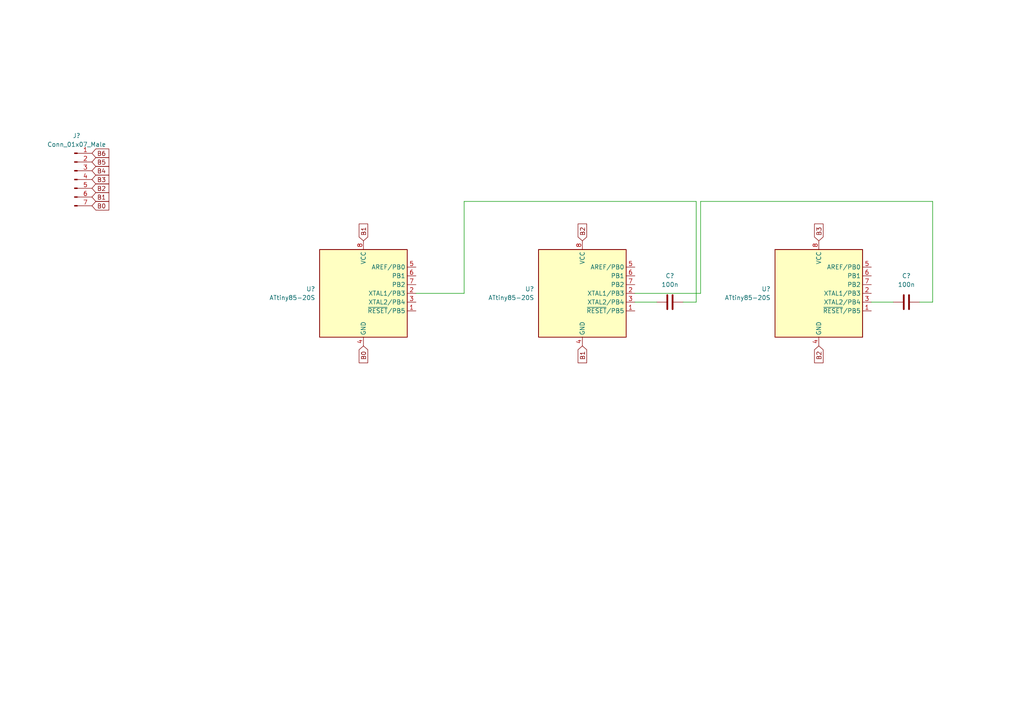
<source format=kicad_sch>
(kicad_sch (version 20211123) (generator eeschema)
  (paper "A4")
  (lib_symbols
    (symbol "Connector:Conn_01x07_Male" (pin_names (offset 1.016) hide)
      (property "Reference" "J" (at 0 10.16 0))
      (property "Value" "Conn_01x07_Male" (at 0 -10.16 0))
      (symbol "Conn_01x07_Male_1_1"
        (polyline (pts (xy 1.27 -7.62) (xy 0.8636 -7.62)) (stroke (width 0.1524)))
        (polyline (pts (xy 1.27 -5.08) (xy 0.8636 -5.08)) (stroke (width 0.1524)))
        (polyline (pts (xy 1.27 -2.54) (xy 0.8636 -2.54)) (stroke (width 0.1524)))
        (polyline (pts (xy 1.27 0) (xy 0.8636 0)) (stroke (width 0.1524)))
        (polyline (pts (xy 1.27 2.54) (xy 0.8636 2.54)) (stroke (width 0.1524)))
        (polyline (pts (xy 1.27 5.08) (xy 0.8636 5.08)) (stroke (width 0.1524)))
        (polyline (pts (xy 1.27 7.62) (xy 0.8636 7.62)) (stroke (width 0.1524)))
        (rectangle (start 0.8636 -7.493) (end 0 -7.747) (stroke (width 0.1524)) (fill (type outline)))
        (rectangle (start 0.8636 -4.953) (end 0 -5.207) (stroke (width 0.1524)) (fill (type outline)))
        (rectangle (start 0.8636 -2.413) (end 0 -2.667) (stroke (width 0.1524)) (fill (type outline)))
        (rectangle (start 0.8636 0.127) (end 0 -0.127) (stroke (width 0.1524)) (fill (type outline)))
        (rectangle (start 0.8636 2.667) (end 0 2.413) (stroke (width 0.1524)) (fill (type outline)))
        (rectangle (start 0.8636 5.207) (end 0 4.953) (stroke (width 0.1524)) (fill (type outline)))
        (rectangle (start 0.8636 7.747) (end 0 7.493) (stroke (width 0.1524)) (fill (type outline)))
        (pin passive line (at 5.08 7.62 180) (length 3.81) (name "Pin_1") (number "1"))
        (pin passive line (at 5.08 5.08 180) (length 3.81) (name "Pin_2") (number "2"))
        (pin passive line (at 5.08 2.54 180) (length 3.81) (name "Pin_3") (number "3"))
        (pin passive line (at 5.08 0 180) (length 3.81) (name "Pin_4") (number "4"))
        (pin passive line (at 5.08 -2.54 180) (length 3.81) (name "Pin_5") (number "5"))
        (pin passive line (at 5.08 -5.08 180) (length 3.81) (name "Pin_6") (number "6"))
        (pin passive line (at 5.08 -7.62 180) (length 3.81) (name "Pin_7") (number "7"))
      )
    )
    (symbol "Device:C" (pin_numbers hide) (pin_names (offset 0.254))
      (property "Reference" "C" (at 0.635 2.54 0))
      (property "Value" "C" (at 0.635 -2.54 0))
      (symbol "C_0_1"
        (polyline (pts (xy -2.032 -0.762) (xy 2.032 -0.762)) (stroke (width 0.508)))
        (polyline (pts (xy -2.032 0.762) (xy 2.032 0.762)) (stroke (width 0.508)))
      )
      (symbol "C_1_1"
        (pin passive line (at 0 3.81 270) (length 2.794) (name "~") (number "1"))
        (pin passive line (at 0 -3.81 90) (length 2.794) (name "~") (number "2"))
      )
    )
    (symbol "MCU_Microchip_ATtiny:ATtiny85-20S"
      (property "Reference" "U" (at -12.7 13.97 0))
      (property "Value" "ATtiny85-20S" (at 2.54 -13.97 0))
      (symbol "ATtiny85-20S_0_1"
        (rectangle (start -12.7 -12.7) (end 12.7 12.7) (stroke (width 0.254)) (fill (type background)))
      )
      (symbol "ATtiny85-20S_1_1"
        (pin bidirectional line (at 15.24 -5.08 180) (length 2.54) (name "~{RESET}/PB5") (number "1"))
        (pin bidirectional line (at 15.24 0 180) (length 2.54) (name "XTAL1/PB3") (number "2"))
        (pin bidirectional line (at 15.24 -2.54 180) (length 2.54) (name "XTAL2/PB4") (number "3"))
        (pin power_in line (at 0 -15.24 90) (length 2.54) (name "GND") (number "4"))
        (pin bidirectional line (at 15.24 7.62 180) (length 2.54) (name "AREF/PB0") (number "5"))
        (pin bidirectional line (at 15.24 5.08 180) (length 2.54) (name "PB1") (number "6"))
        (pin bidirectional line (at 15.24 2.54 180) (length 2.54) (name "PB2") (number "7"))
        (pin power_in line (at 0 15.24 270) (length 2.54) (name "VCC") (number "8"))
      )
    )
  )
  (wire (pts (xy 198.12 87.63) (xy 201.93 87.63)))
  (wire (pts (xy 203.2 58.42) (xy 203.2 85.09)))
  (wire (pts (xy 266.7 87.63) (xy 270.51 87.63)))
  (wire (pts (xy 134.62 58.42) (xy 134.62 85.09)))
  (wire (pts (xy 270.51 87.63) (xy 270.51 58.42)))
  (wire (pts (xy 252.73 87.63) (xy 259.08 87.63)))
  (wire (pts (xy 201.93 58.42) (xy 134.62 58.42)))
  (wire (pts (xy 201.93 87.63) (xy 201.93 58.42)))
  (wire (pts (xy 184.15 87.63) (xy 190.5 87.63)))
  (wire (pts (xy 270.51 58.42) (xy 203.2 58.42)))
  (wire (pts (xy 184.15 85.09) (xy 203.2 85.09)))
  (wire (pts (xy 120.65 85.09) (xy 134.62 85.09)))
  (global_label "B1" (shape input) (at 168.91 100.33 270) (property "Intersheet References" "${INTERSHEET_REFS}" (effects hide)))
  (global_label "B3" (shape input) (at 237.49 69.85 90) (property "Intersheet References" "${INTERSHEET_REFS}" (effects hide)))
  (global_label "B2" (shape input) (at 26.67 54.61 0) (property "Intersheet References" "${INTERSHEET_REFS}" (effects hide)))
  (global_label "B0" (shape input) (at 26.67 59.69 0) (property "Intersheet References" "${INTERSHEET_REFS}" (effects hide)))
  (global_label "B1" (shape input) (at 105.41 69.85 90) (property "Intersheet References" "${INTERSHEET_REFS}" (effects hide)))
  (global_label "B3" (shape input) (at 26.67 52.07 0) (property "Intersheet References" "${INTERSHEET_REFS}" (effects hide)))
  (global_label "B5" (shape input) (at 26.67 46.99 0) (property "Intersheet References" "${INTERSHEET_REFS}" (effects hide)))
  (global_label "B2" (shape input) (at 168.91 69.85 90) (property "Intersheet References" "${INTERSHEET_REFS}" (effects hide)))
  (global_label "B1" (shape input) (at 26.67 57.15 0) (property "Intersheet References" "${INTERSHEET_REFS}" (effects hide)))
  (global_label "B6" (shape input) (at 26.67 44.45 0) (property "Intersheet References" "${INTERSHEET_REFS}" (effects hide)))
  (global_label "B4" (shape input) (at 26.67 49.53 0) (property "Intersheet References" "${INTERSHEET_REFS}" (effects hide)))
  (global_label "B0" (shape input) (at 105.41 100.33 270) (property "Intersheet References" "${INTERSHEET_REFS}" (effects hide)))
  (global_label "B2" (shape input) (at 237.49 100.33 270) (property "Intersheet References" "${INTERSHEET_REFS}" (effects hide)))
  (symbol (lib_id "Connector:Conn_01x07_Male") (at 21.59 52.07 0) (unit 1)
    (property "Reference" "J?" (at 22.225 39.37 0))
    (property "Value" "Conn_01x07_Male" (at 22.225 41.91 0))
  )
  (symbol (lib_id "MCU_Microchip_ATtiny:ATtiny85-20S") (at 105.41 85.09 0) (unit 1)
    (property "Reference" "U?" (at 91.44 83.8199 0) (effects (justify right)))
    (property "Value" "ATtiny85-20S" (at 91.44 86.3599 0) (effects (justify right)))
    (property "Footprint" "Package_SO:SOIC-8W_5.3x5.3mm_P1.27mm" (effects hide))
    (property "Datasheet" "http://ww1.microchip.com/downloads/en/DeviceDoc/atmel-2586-avr-8-bit-microcontroller-attiny25-attiny45-attiny85_datasheet.pdf" (effects hide))
  )
  (symbol (lib_id "MCU_Microchip_ATtiny:ATtiny85-20S") (at 237.49 85.09 0) (unit 1)
    (property "Reference" "U?" (at 223.52 83.8199 0) (effects (justify right)))
    (property "Value" "ATtiny85-20S" (at 223.52 86.3599 0) (effects (justify right)))
    (property "Footprint" "Package_SO:SOIC-8W_5.3x5.3mm_P1.27mm" (effects hide))
    (property "Datasheet" "http://ww1.microchip.com/downloads/en/DeviceDoc/atmel-2586-avr-8-bit-microcontroller-attiny25-attiny45-attiny85_datasheet.pdf" (effects hide))
  )
  (symbol (lib_id "Device:C") (at 262.89 87.63 270) (unit 1)
    (property "Reference" "C?" (at 262.89 80.01 90))
    (property "Value" "100n" (at 262.89 82.55 90))
    (property "Footprint" "Capacitor_SMD:C_0805_2012Metric_Pad1.18x1.45mm_HandSolder" (effects hide))
  )
  (symbol (lib_id "Device:C") (at 194.31 87.63 270) (unit 1)
    (property "Reference" "C?" (at 194.31 80.01 90))
    (property "Value" "100n" (at 194.31 82.55 90))
    (property "Footprint" "Capacitor_SMD:C_0805_2012Metric_Pad1.18x1.45mm_HandSolder" (effects hide))
  )
  (symbol (lib_id "MCU_Microchip_ATtiny:ATtiny85-20S") (at 168.91 85.09 0) (unit 1)
    (property "Reference" "U?" (at 154.94 83.8199 0) (effects (justify right)))
    (property "Value" "ATtiny85-20S" (at 154.94 86.3599 0) (effects (justify right)))
    (property "Footprint" "Package_SO:SOIC-8W_5.3x5.3mm_P1.27mm" (effects hide))
    (property "Datasheet" "http://ww1.microchip.com/downloads/en/DeviceDoc/atmel-2586-avr-8-bit-microcontroller-attiny25-attiny45-attiny85_datasheet.pdf" (effects hide))
  )
)
</source>
